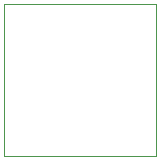
<source format=gbr>
%TF.GenerationSoftware,Altium Limited,Altium Designer,19.0.15 (446)*%
G04 Layer_Color=8388736*
%FSLAX26Y26*%
%MOIN*%
%TF.FileFunction,Other,Top_Component_Outline*%
%TF.Part,Single*%
G01*
G75*
%TA.AperFunction,NonConductor*%
%ADD92C,0.003937*%
D92*
X5438032Y573032D02*
X5941968D01*
X5438032D02*
Y1076968D01*
X5941968D01*
Y573032D02*
Y1076968D01*
%TF.MD5,ebe8c8cfddf5c7fbe476332b19d603bf*%
M02*

</source>
